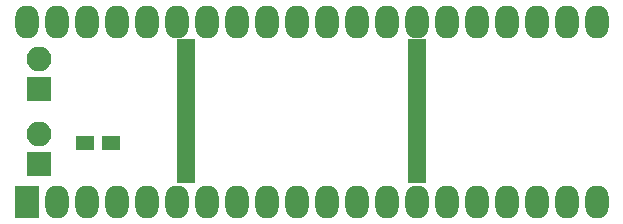
<source format=gbr>
G04 #@! TF.FileFunction,Soldermask,Top*
%FSLAX46Y46*%
G04 Gerber Fmt 4.6, Leading zero omitted, Abs format (unit mm)*
G04 Created by KiCad (PCBNEW 4.0.7) date 04/07/18 18:45:30*
%MOMM*%
%LPD*%
G01*
G04 APERTURE LIST*
%ADD10C,0.100000*%
%ADD11R,2.000000X2.800000*%
%ADD12O,2.000000X2.800000*%
%ADD13R,1.500000X0.650000*%
%ADD14R,2.100000X2.100000*%
%ADD15O,2.100000X2.100000*%
%ADD16R,1.600000X1.300000*%
G04 APERTURE END LIST*
D10*
D11*
X122148600Y-98513900D03*
D12*
X170408600Y-83273900D03*
X124688600Y-98513900D03*
X167868600Y-83273900D03*
X127228600Y-98513900D03*
X165328600Y-83273900D03*
X129768600Y-98513900D03*
X162788600Y-83273900D03*
X132308600Y-98513900D03*
X160248600Y-83273900D03*
X134848600Y-98513900D03*
X157708600Y-83273900D03*
X137388600Y-98513900D03*
X155168600Y-83273900D03*
X139928600Y-98513900D03*
X152628600Y-83273900D03*
X142468600Y-98513900D03*
X150088600Y-83273900D03*
X145008600Y-98513900D03*
X147548600Y-83273900D03*
X147548600Y-98513900D03*
X145008600Y-83273900D03*
X150088600Y-98513900D03*
X142468600Y-83273900D03*
X152628600Y-98513900D03*
X139928600Y-83273900D03*
X155168600Y-98513900D03*
X137388600Y-83273900D03*
X157708600Y-98513900D03*
X134848600Y-83273900D03*
X160248600Y-98513900D03*
X132308600Y-83273900D03*
X162788600Y-98513900D03*
X129768600Y-83273900D03*
X165328600Y-98513900D03*
X127228600Y-83273900D03*
X167868600Y-98513900D03*
X124688600Y-83273900D03*
X170408600Y-98513900D03*
X122148600Y-83273900D03*
D13*
X135665000Y-85055000D03*
X155165000Y-96555000D03*
X135665000Y-85555000D03*
X135665000Y-86055000D03*
X135665000Y-86555000D03*
X135665000Y-87055000D03*
X135665000Y-87555000D03*
X135665000Y-88055000D03*
X135665000Y-88555000D03*
X135665000Y-89055000D03*
X135665000Y-89555000D03*
X135665000Y-90055000D03*
X135665000Y-90555000D03*
X135665000Y-91055000D03*
X135665000Y-91555000D03*
X135665000Y-92055000D03*
X135665000Y-92555000D03*
X135665000Y-93055000D03*
X135665000Y-93555000D03*
X135665000Y-94055000D03*
X135665000Y-94555000D03*
X135665000Y-95055000D03*
X135665000Y-95555000D03*
X135665000Y-96055000D03*
X135665000Y-96555000D03*
X155165000Y-96055000D03*
X155165000Y-95555000D03*
X155165000Y-95055000D03*
X155165000Y-94555000D03*
X155165000Y-94055000D03*
X155165000Y-93555000D03*
X155165000Y-93055000D03*
X155165000Y-92555000D03*
X155165000Y-92055000D03*
X155165000Y-91555000D03*
X155165000Y-91055000D03*
X155165000Y-90555000D03*
X155165000Y-90055000D03*
X155165000Y-89555000D03*
X155165000Y-89055000D03*
X155165000Y-88555000D03*
X155165000Y-88055000D03*
X155165000Y-87555000D03*
X155165000Y-87055000D03*
X155165000Y-86555000D03*
X155165000Y-86055000D03*
X155165000Y-85555000D03*
X155165000Y-85055000D03*
D14*
X123190000Y-88900000D03*
D15*
X123190000Y-86360000D03*
D14*
X123190000Y-95250000D03*
D15*
X123190000Y-92710000D03*
D16*
X127106500Y-93535500D03*
X129306500Y-93535500D03*
M02*

</source>
